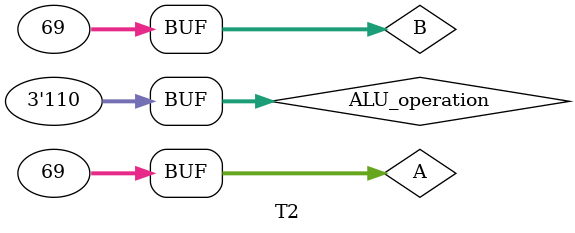
<source format=v>
`timescale 1ns / 1ps


module T2;

	// Inputs
	reg [31:0] A;
	reg [31:0] B;
	reg [2:0] ALU_operation;

	// Outputs
	wire [31:0] Result;
	wire Zero;

	// Instantiate the Unit Under Test (UUT)
	ALU uut (
		.A(A), 
		.B(B), 
		.ALU_operation(ALU_operation), 
		.Result(Result), 
		.Zero(Zero)
	);

	initial begin
		// Initialize Inputs
		A = 0;
		B = 0;
		ALU_operation = 0;

		// Wait 100 ns for global reset to finish
		#100;
		A = 32'h45;
		B = 32'h45;
		ALU_operation = 3'b000;  //add
        
		#100
		ALU_operation = 3'b100;  //sub
		
		#100
		ALU_operation = 3'b001;  //and
		
   	#100
		ALU_operation = 3'b101;  //or
		
	  	#100
		ALU_operation = 3'b010;  //xor
		  	  
	  	#100
		ALU_operation = 3'b110;  //lui
		  
		  
		// Add stimulus here

	end
      
endmodule


</source>
